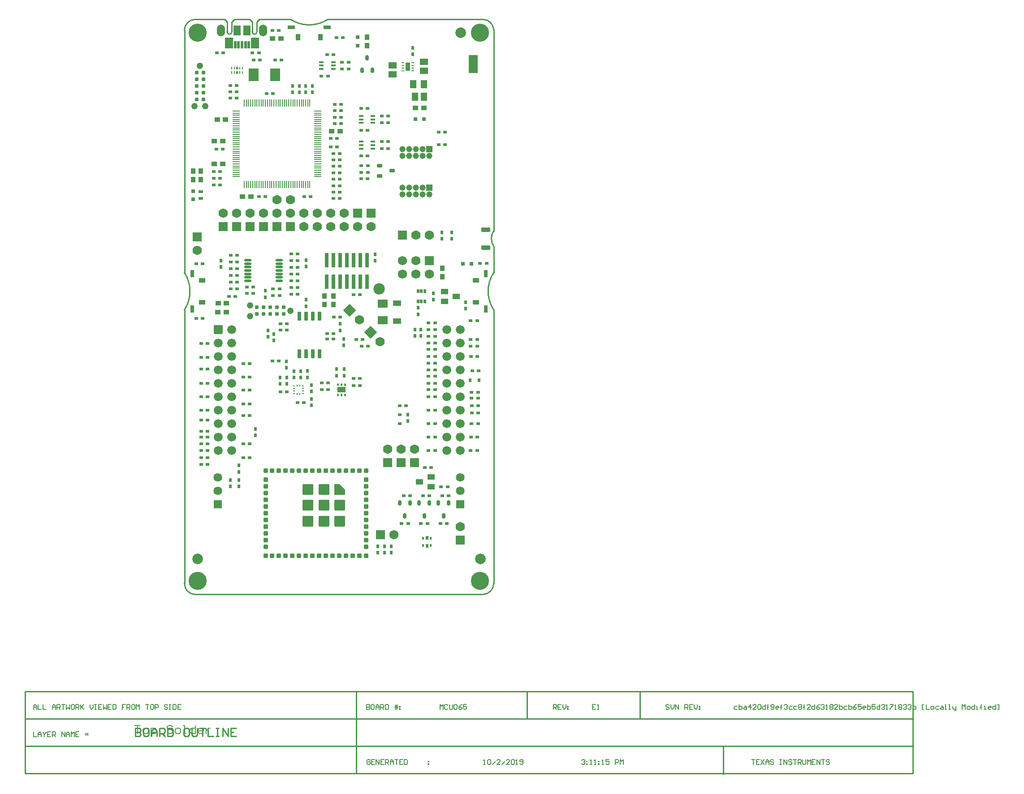
<source format=gts>
G04*
G04 #@! TF.GenerationSoftware,Altium Limited,Altium Designer,18.1.9 (240)*
G04*
G04 Layer_Color=8388736*
%FSLAX25Y25*%
%MOIN*%
G70*
G01*
G75*
%ADD15C,0.01000*%
%ADD16C,0.00800*%
%ADD19C,0.00600*%
%ADD22C,0.00394*%
G04:AMPARAMS|DCode=43|XSize=19.68mil|YSize=35.43mil|CornerRadius=1.97mil|HoleSize=0mil|Usage=FLASHONLY|Rotation=90.000|XOffset=0mil|YOffset=0mil|HoleType=Round|Shape=RoundedRectangle|*
%AMROUNDEDRECTD43*
21,1,0.01968,0.03150,0,0,90.0*
21,1,0.01575,0.03543,0,0,90.0*
1,1,0.00394,0.01575,0.00787*
1,1,0.00394,0.01575,-0.00787*
1,1,0.00394,-0.01575,-0.00787*
1,1,0.00394,-0.01575,0.00787*
%
%ADD43ROUNDEDRECTD43*%
G04:AMPARAMS|DCode=44|XSize=31.5mil|YSize=66.93mil|CornerRadius=1.89mil|HoleSize=0mil|Usage=FLASHONLY|Rotation=270.000|XOffset=0mil|YOffset=0mil|HoleType=Round|Shape=RoundedRectangle|*
%AMROUNDEDRECTD44*
21,1,0.03150,0.06315,0,0,270.0*
21,1,0.02772,0.06693,0,0,270.0*
1,1,0.00378,-0.03158,-0.01386*
1,1,0.00378,-0.03158,0.01386*
1,1,0.00378,0.03158,0.01386*
1,1,0.00378,0.03158,-0.01386*
%
%ADD44ROUNDEDRECTD44*%
%ADD45R,0.05000X0.03543*%
%ADD46R,0.03150X0.05709*%
%ADD47R,0.03543X0.05000*%
%ADD48R,0.05709X0.03150*%
%ADD49R,0.01575X0.02165*%
%ADD50R,0.01968X0.02756*%
%ADD51R,0.03150X0.02362*%
G04:AMPARAMS|DCode=52|XSize=31.5mil|YSize=31.5mil|CornerRadius=1.93mil|HoleSize=0mil|Usage=FLASHONLY|Rotation=0.000|XOffset=0mil|YOffset=0mil|HoleType=Round|Shape=RoundedRectangle|*
%AMROUNDEDRECTD52*
21,1,0.03150,0.02764,0,0,0.0*
21,1,0.02764,0.03150,0,0,0.0*
1,1,0.00386,0.01382,-0.01382*
1,1,0.00386,-0.01382,-0.01382*
1,1,0.00386,-0.01382,0.01382*
1,1,0.00386,0.01382,0.01382*
%
%ADD52ROUNDEDRECTD52*%
G04:AMPARAMS|DCode=53|XSize=31.5mil|YSize=31.5mil|CornerRadius=1.93mil|HoleSize=0mil|Usage=FLASHONLY|Rotation=90.000|XOffset=0mil|YOffset=0mil|HoleType=Round|Shape=RoundedRectangle|*
%AMROUNDEDRECTD53*
21,1,0.03150,0.02764,0,0,90.0*
21,1,0.02764,0.03150,0,0,90.0*
1,1,0.00386,0.01382,0.01382*
1,1,0.00386,0.01382,-0.01382*
1,1,0.00386,-0.01382,-0.01382*
1,1,0.00386,-0.01382,0.01382*
%
%ADD53ROUNDEDRECTD53*%
G04:AMPARAMS|DCode=54|XSize=11.81mil|YSize=17.72mil|CornerRadius=1.95mil|HoleSize=0mil|Usage=FLASHONLY|Rotation=180.000|XOffset=0mil|YOffset=0mil|HoleType=Round|Shape=RoundedRectangle|*
%AMROUNDEDRECTD54*
21,1,0.01181,0.01382,0,0,180.0*
21,1,0.00791,0.01772,0,0,180.0*
1,1,0.00390,-0.00396,0.00691*
1,1,0.00390,0.00396,0.00691*
1,1,0.00390,0.00396,-0.00691*
1,1,0.00390,-0.00396,-0.00691*
%
%ADD54ROUNDEDRECTD54*%
%ADD55R,0.02362X0.03150*%
%ADD56R,0.07677X0.05906*%
%ADD57R,0.02913X0.10984*%
G04:AMPARAMS|DCode=58|XSize=9.84mil|YSize=19.68mil|CornerRadius=1.97mil|HoleSize=0mil|Usage=FLASHONLY|Rotation=90.000|XOffset=0mil|YOffset=0mil|HoleType=Round|Shape=RoundedRectangle|*
%AMROUNDEDRECTD58*
21,1,0.00984,0.01575,0,0,90.0*
21,1,0.00591,0.01968,0,0,90.0*
1,1,0.00394,0.00787,0.00295*
1,1,0.00394,0.00787,-0.00295*
1,1,0.00394,-0.00787,-0.00295*
1,1,0.00394,-0.00787,0.00295*
%
%ADD58ROUNDEDRECTD58*%
%ADD59R,0.03937X0.03740*%
%ADD60R,0.06299X0.04331*%
%ADD61R,0.03740X0.03937*%
%ADD62R,0.01102X0.01614*%
%ADD63R,0.01614X0.01102*%
G04:AMPARAMS|DCode=64|XSize=25.59mil|YSize=66.93mil|CornerRadius=1.92mil|HoleSize=0mil|Usage=FLASHONLY|Rotation=180.000|XOffset=0mil|YOffset=0mil|HoleType=Round|Shape=RoundedRectangle|*
%AMROUNDEDRECTD64*
21,1,0.02559,0.06309,0,0,180.0*
21,1,0.02175,0.06693,0,0,180.0*
1,1,0.00384,-0.01088,0.03155*
1,1,0.00384,0.01088,0.03155*
1,1,0.00384,0.01088,-0.03155*
1,1,0.00384,-0.01088,-0.03155*
%
%ADD64ROUNDEDRECTD64*%
%ADD65O,0.05512X0.01772*%
%ADD66R,0.03150X0.03150*%
G04:AMPARAMS|DCode=67|XSize=23.62mil|YSize=39.37mil|CornerRadius=5.91mil|HoleSize=0mil|Usage=FLASHONLY|Rotation=0.000|XOffset=0mil|YOffset=0mil|HoleType=Round|Shape=RoundedRectangle|*
%AMROUNDEDRECTD67*
21,1,0.02362,0.02756,0,0,0.0*
21,1,0.01181,0.03937,0,0,0.0*
1,1,0.01181,0.00591,-0.01378*
1,1,0.01181,-0.00591,-0.01378*
1,1,0.01181,-0.00591,0.01378*
1,1,0.01181,0.00591,0.01378*
%
%ADD67ROUNDEDRECTD67*%
%ADD68R,0.05512X0.03937*%
G04:AMPARAMS|DCode=71|XSize=7.87mil|YSize=22.24mil|CornerRadius=1.97mil|HoleSize=0mil|Usage=FLASHONLY|Rotation=0.000|XOffset=0mil|YOffset=0mil|HoleType=Round|Shape=RoundedRectangle|*
%AMROUNDEDRECTD71*
21,1,0.00787,0.01831,0,0,0.0*
21,1,0.00394,0.02224,0,0,0.0*
1,1,0.00394,0.00197,-0.00915*
1,1,0.00394,-0.00197,-0.00915*
1,1,0.00394,-0.00197,0.00915*
1,1,0.00394,0.00197,0.00915*
%
%ADD71ROUNDEDRECTD71*%
G04:AMPARAMS|DCode=72|XSize=15.75mil|YSize=33.47mil|CornerRadius=1.97mil|HoleSize=0mil|Usage=FLASHONLY|Rotation=270.000|XOffset=0mil|YOffset=0mil|HoleType=Round|Shape=RoundedRectangle|*
%AMROUNDEDRECTD72*
21,1,0.01575,0.02953,0,0,270.0*
21,1,0.01181,0.03347,0,0,270.0*
1,1,0.00394,-0.01476,-0.00591*
1,1,0.00394,-0.01476,0.00591*
1,1,0.00394,0.01476,0.00591*
1,1,0.00394,0.01476,-0.00591*
%
%ADD72ROUNDEDRECTD72*%
%ADD73R,0.07480X0.09449*%
%ADD74O,0.00787X0.05512*%
%ADD75O,0.05512X0.00787*%
G04:AMPARAMS|DCode=76|XSize=23.62mil|YSize=39.37mil|CornerRadius=2.01mil|HoleSize=0mil|Usage=FLASHONLY|Rotation=90.000|XOffset=0mil|YOffset=0mil|HoleType=Round|Shape=RoundedRectangle|*
%AMROUNDEDRECTD76*
21,1,0.02362,0.03535,0,0,90.0*
21,1,0.01961,0.03937,0,0,90.0*
1,1,0.00402,0.01768,0.00980*
1,1,0.00402,0.01768,-0.00980*
1,1,0.00402,-0.01768,-0.00980*
1,1,0.00402,-0.01768,0.00980*
%
%ADD76ROUNDEDRECTD76*%
%ADD77R,0.07000X0.13500*%
%ADD78R,0.03150X0.03150*%
%ADD79R,0.05000X0.06300*%
%ADD80R,0.05906X0.05118*%
%ADD81R,0.05118X0.05906*%
G04:AMPARAMS|DCode=82|XSize=58.07mil|YSize=82.68mil|CornerRadius=2.03mil|HoleSize=0mil|Usage=FLASHONLY|Rotation=0.000|XOffset=0mil|YOffset=0mil|HoleType=Round|Shape=RoundedRectangle|*
%AMROUNDEDRECTD82*
21,1,0.05807,0.07861,0,0,0.0*
21,1,0.05401,0.08268,0,0,0.0*
1,1,0.00407,0.02700,-0.03931*
1,1,0.00407,-0.02700,-0.03931*
1,1,0.00407,-0.02700,0.03931*
1,1,0.00407,0.02700,0.03931*
%
%ADD82ROUNDEDRECTD82*%
G04:AMPARAMS|DCode=83|XSize=54.13mil|YSize=74.8mil|CornerRadius=1.9mil|HoleSize=0mil|Usage=FLASHONLY|Rotation=0.000|XOffset=0mil|YOffset=0mil|HoleType=Round|Shape=RoundedRectangle|*
%AMROUNDEDRECTD83*
21,1,0.05413,0.07101,0,0,0.0*
21,1,0.05034,0.07480,0,0,0.0*
1,1,0.00379,0.02517,-0.03551*
1,1,0.00379,-0.02517,-0.03551*
1,1,0.00379,-0.02517,0.03551*
1,1,0.00379,0.02517,0.03551*
%
%ADD83ROUNDEDRECTD83*%
G04:AMPARAMS|DCode=84|XSize=17.72mil|YSize=54.33mil|CornerRadius=1.95mil|HoleSize=0mil|Usage=FLASHONLY|Rotation=0.000|XOffset=0mil|YOffset=0mil|HoleType=Round|Shape=RoundedRectangle|*
%AMROUNDEDRECTD84*
21,1,0.01772,0.05043,0,0,0.0*
21,1,0.01382,0.05433,0,0,0.0*
1,1,0.00390,0.00691,-0.02522*
1,1,0.00390,-0.00691,-0.02522*
1,1,0.00390,-0.00691,0.02522*
1,1,0.00390,0.00691,0.02522*
%
%ADD84ROUNDEDRECTD84*%
G04:AMPARAMS|DCode=86|XSize=78.74mil|YSize=78.74mil|CornerRadius=1.97mil|HoleSize=0mil|Usage=FLASHONLY|Rotation=270.000|XOffset=0mil|YOffset=0mil|HoleType=Round|Shape=RoundedRectangle|*
%AMROUNDEDRECTD86*
21,1,0.07874,0.07480,0,0,270.0*
21,1,0.07480,0.07874,0,0,270.0*
1,1,0.00394,-0.03740,-0.03740*
1,1,0.00394,-0.03740,0.03740*
1,1,0.00394,0.03740,0.03740*
1,1,0.00394,0.03740,-0.03740*
%
%ADD86ROUNDEDRECTD86*%
G04:AMPARAMS|DCode=87|XSize=39.37mil|YSize=62.99mil|CornerRadius=1.97mil|HoleSize=0mil|Usage=FLASHONLY|Rotation=90.000|XOffset=0mil|YOffset=0mil|HoleType=Round|Shape=RoundedRectangle|*
%AMROUNDEDRECTD87*
21,1,0.03937,0.05906,0,0,90.0*
21,1,0.03543,0.06299,0,0,90.0*
1,1,0.00394,0.02953,0.01772*
1,1,0.00394,0.02953,-0.01772*
1,1,0.00394,-0.02953,-0.01772*
1,1,0.00394,-0.02953,0.01772*
%
%ADD87ROUNDEDRECTD87*%
G04:AMPARAMS|DCode=88|XSize=35.43mil|YSize=62.99mil|CornerRadius=1.95mil|HoleSize=0mil|Usage=FLASHONLY|Rotation=0.000|XOffset=0mil|YOffset=0mil|HoleType=Round|Shape=RoundedRectangle|*
%AMROUNDEDRECTD88*
21,1,0.03543,0.05909,0,0,0.0*
21,1,0.03154,0.06299,0,0,0.0*
1,1,0.00390,0.01577,-0.02955*
1,1,0.00390,-0.01577,-0.02955*
1,1,0.00390,-0.01577,0.02955*
1,1,0.00390,0.01577,0.02955*
%
%ADD88ROUNDEDRECTD88*%
%ADD89R,0.02054X0.02762*%
%ADD90R,0.03150X0.02362*%
%ADD91C,0.03100*%
G04:AMPARAMS|DCode=92|XSize=15.75mil|YSize=22.24mil|CornerRadius=1.97mil|HoleSize=0mil|Usage=FLASHONLY|Rotation=0.000|XOffset=0mil|YOffset=0mil|HoleType=Round|Shape=RoundedRectangle|*
%AMROUNDEDRECTD92*
21,1,0.01575,0.01831,0,0,0.0*
21,1,0.01181,0.02224,0,0,0.0*
1,1,0.00394,0.00591,-0.00915*
1,1,0.00394,-0.00591,-0.00915*
1,1,0.00394,-0.00591,0.00915*
1,1,0.00394,0.00591,0.00915*
%
%ADD92ROUNDEDRECTD92*%
%ADD93O,0.00967X0.05692*%
%ADD94O,0.05692X0.00967*%
%ADD95R,0.02362X0.03150*%
%ADD96C,0.07874*%
%ADD97C,0.12611*%
%ADD98R,0.06996X0.06996*%
%ADD99C,0.06996*%
%ADD100R,0.06406X0.06406*%
%ADD101C,0.06406*%
%ADD102C,0.06602*%
G04:AMPARAMS|DCode=103|XSize=66.02mil|YSize=66.02mil|CornerRadius=4.33mil|HoleSize=0mil|Usage=FLASHONLY|Rotation=270.000|XOffset=0mil|YOffset=0mil|HoleType=Round|Shape=RoundedRectangle|*
%AMROUNDEDRECTD103*
21,1,0.06602,0.05736,0,0,270.0*
21,1,0.05736,0.06602,0,0,270.0*
1,1,0.00866,-0.02868,-0.02868*
1,1,0.00866,-0.02868,0.02868*
1,1,0.00866,0.02868,0.02868*
1,1,0.00866,0.02868,-0.02868*
%
%ADD103ROUNDEDRECTD103*%
G04:AMPARAMS|DCode=104|XSize=69.96mil|YSize=69.96mil|CornerRadius=10.62mil|HoleSize=0mil|Usage=FLASHONLY|Rotation=180.000|XOffset=0mil|YOffset=0mil|HoleType=Round|Shape=RoundedRectangle|*
%AMROUNDEDRECTD104*
21,1,0.06996,0.04872,0,0,180.0*
21,1,0.04872,0.06996,0,0,180.0*
1,1,0.02124,-0.02436,0.02436*
1,1,0.02124,0.02436,0.02436*
1,1,0.02124,0.02436,-0.02436*
1,1,0.02124,-0.02436,-0.02436*
%
%ADD104ROUNDEDRECTD104*%
%ADD105C,0.08500*%
%ADD106P,0.09894X4X360.0*%
%ADD107C,0.06799*%
%ADD108R,0.06799X0.06799*%
%ADD109C,0.04900*%
%ADD110R,0.04634X0.04634*%
%ADD111C,0.04634*%
%ADD112R,0.06996X0.06996*%
G04:AMPARAMS|DCode=113|XSize=87.68mil|YSize=60.12mil|CornerRadius=30.06mil|HoleSize=0mil|Usage=FLASHONLY|Rotation=270.000|XOffset=0mil|YOffset=0mil|HoleType=Round|Shape=RoundedRectangle|*
%AMROUNDEDRECTD113*
21,1,0.08768,0.00000,0,0,270.0*
21,1,0.02756,0.06012,0,0,270.0*
1,1,0.06012,0.00000,-0.01378*
1,1,0.06012,0.00000,0.01378*
1,1,0.06012,0.00000,0.01378*
1,1,0.06012,0.00000,-0.01378*
%
%ADD113ROUNDEDRECTD113*%
%ADD114C,0.13500*%
%ADD115C,0.01968*%
%ADD116C,0.00787*%
G36*
X101670Y71756D02*
Y71795D01*
X101699Y71867D01*
X101755Y71923D01*
X101827Y71952D01*
X101866D01*
D01*
X105525Y71952D01*
X105544D01*
X105582Y71945D01*
X105618Y71930D01*
X105650Y71909D01*
X105664Y71895D01*
X105664Y71895D01*
X105664D01*
X109486Y68073D01*
X109500Y68059D01*
X109521Y68027D01*
X109536Y67991D01*
X109544Y67953D01*
Y67934D01*
X109544D01*
Y64275D01*
Y64236D01*
X109514Y64164D01*
X109458Y64109D01*
X109386Y64078D01*
X109347D01*
D01*
X101866D01*
X101827D01*
X101755Y64109D01*
X101699Y64164D01*
X101670Y64236D01*
Y64275D01*
D01*
Y71756D01*
D02*
G37*
G54D15*
X220070Y260500D02*
G03*
X220072Y248982I9138J-5757D01*
G01*
X-9921Y201726D02*
G03*
X-9921Y229445I-21324J13859D01*
G01*
X220079Y229445D02*
G03*
X220079Y201726I21324J-13859D01*
G01*
X212079Y-10074D02*
G03*
X220079Y-2074I0J8000D01*
G01*
Y409926D02*
G03*
X212079Y417926I-8000J0D01*
G01*
X-1921D02*
G03*
X-9921Y409926I0J-8000D01*
G01*
Y-2074D02*
G03*
X-1921Y-10074I8000J0D01*
G01*
X21757Y408674D02*
G03*
X25300Y408674I1772J0D01*
G01*
X40457D02*
G03*
X44001Y408674I1772J0D01*
G01*
X69013Y417926D02*
G03*
X96731Y417926I13859J21324D01*
G01*
X220072Y248982D02*
X220079Y229445D01*
X-9921Y229445D02*
Y409926D01*
X220079Y-2074D02*
Y201726D01*
X-9921Y-2074D02*
Y201726D01*
X-1921Y-10074D02*
X212079D01*
X220070Y260500D02*
X220079Y409926D01*
X44001Y408674D02*
Y415958D01*
X40457Y408674D02*
Y415958D01*
X25300Y408674D02*
Y415958D01*
X19788Y417926D02*
X21757Y415958D01*
Y408674D02*
Y415958D01*
X25300D02*
X27268Y417926D01*
X38489D02*
X40457Y415958D01*
X44001D02*
X45969Y417926D01*
X-1921Y417926D02*
X19788D01*
X27268D02*
X38489D01*
X45969D02*
X69013D01*
X96731D02*
X212079D01*
X-46374Y-109655D02*
Y-115653D01*
X-43375D01*
X-42375Y-114653D01*
Y-113654D01*
X-43375Y-112654D01*
X-46374D01*
X-43375D01*
X-42375Y-111654D01*
Y-110654D01*
X-43375Y-109655D01*
X-46374D01*
X-37376D02*
X-39376D01*
X-40376Y-110654D01*
Y-114653D01*
X-39376Y-115653D01*
X-37376D01*
X-36377Y-114653D01*
Y-110654D01*
X-37376Y-109655D01*
X-34378Y-115653D02*
Y-111654D01*
X-32378Y-109655D01*
X-30379Y-111654D01*
Y-115653D01*
Y-112654D01*
X-34378D01*
X-28379Y-115653D02*
Y-109655D01*
X-25380D01*
X-24381Y-110654D01*
Y-112654D01*
X-25380Y-113654D01*
X-28379D01*
X-26380D02*
X-24381Y-115653D01*
X-22381Y-109655D02*
Y-115653D01*
X-19382D01*
X-18383Y-114653D01*
Y-110654D01*
X-19382Y-109655D01*
X-22381D01*
X-7386D02*
X-9386D01*
X-10385Y-110654D01*
Y-114653D01*
X-9386Y-115653D01*
X-7386D01*
X-6386Y-114653D01*
Y-110654D01*
X-7386Y-109655D01*
X-4387D02*
Y-114653D01*
X-3387Y-115653D01*
X-1388D01*
X-389Y-114653D01*
Y-109655D01*
X1611D02*
X5610D01*
X3610D01*
Y-115653D01*
X7609Y-109655D02*
Y-115653D01*
X11608D01*
X13607Y-109655D02*
X15606D01*
X14607D01*
Y-115653D01*
X13607D01*
X15606D01*
X18605D02*
Y-109655D01*
X22604Y-115653D01*
Y-109655D01*
X28602D02*
X24603D01*
Y-115653D01*
X28602D01*
X24603Y-112654D02*
X26603D01*
X328726Y-102760D02*
Y-82427D01*
X244725Y-102760D02*
Y-82427D01*
X-128474Y-102760D02*
X531726D01*
X-128474Y-123094D02*
X531526D01*
X-128474Y-143427D02*
X272025D01*
X-128425Y-82427D02*
X531726D01*
X-128425Y-143427D02*
Y-82427D01*
Y-143427D02*
X29125D01*
X-128474D02*
Y-82427D01*
X118026Y-143427D02*
Y-82427D01*
X531726Y-143427D02*
Y-82427D01*
X272025Y-143427D02*
X531726D01*
X390926Y-144077D02*
Y-123794D01*
G54D16*
X-46721Y-107624D02*
X-42723D01*
X-44722D01*
Y-113622D01*
X-39724D02*
X-37724D01*
X-36724Y-112622D01*
Y-110623D01*
X-37724Y-109623D01*
X-39724D01*
X-40723Y-110623D01*
Y-112622D01*
X-39724Y-113622D01*
X-34725Y-115621D02*
Y-109623D01*
X-31726D01*
X-30726Y-110623D01*
Y-112622D01*
X-31726Y-113622D01*
X-34725D01*
X-18730Y-108623D02*
X-19730Y-107624D01*
X-21729D01*
X-22729Y-108623D01*
Y-109623D01*
X-21729Y-110623D01*
X-19730D01*
X-18730Y-111622D01*
Y-112622D01*
X-19730Y-113622D01*
X-21729D01*
X-22729Y-112622D01*
X-15731Y-113622D02*
X-13732D01*
X-12732Y-112622D01*
Y-110623D01*
X-13732Y-109623D01*
X-15731D01*
X-16731Y-110623D01*
Y-112622D01*
X-15731Y-113622D01*
X-10733D02*
X-8733D01*
X-9733D01*
Y-107624D01*
X-10733D01*
X-1736D02*
Y-113622D01*
X-4735D01*
X-5734Y-112622D01*
Y-110623D01*
X-4735Y-109623D01*
X-1736D01*
X3263Y-113622D02*
X1263D01*
X264Y-112622D01*
Y-110623D01*
X1263Y-109623D01*
X3263D01*
X4262Y-110623D01*
Y-111622D01*
X264D01*
X6262Y-109623D02*
Y-113622D01*
Y-111622D01*
X7261Y-110623D01*
X8261Y-109623D01*
X9261D01*
G54D19*
X401258Y-93311D02*
X399509D01*
X398925Y-93894D01*
Y-95061D01*
X399509Y-95644D01*
X401258D01*
X402424Y-92145D02*
Y-95644D01*
X404174D01*
X404757Y-95061D01*
Y-94477D01*
Y-93894D01*
X404174Y-93311D01*
X402424D01*
X406506D02*
X407673D01*
X408256Y-93894D01*
Y-95644D01*
X406506D01*
X405923Y-95061D01*
X406506Y-94477D01*
X408256D01*
X411171Y-95644D02*
Y-92145D01*
X409422Y-93894D01*
X411755D01*
X415253Y-95644D02*
X412921D01*
X415253Y-93311D01*
Y-92728D01*
X414670Y-92145D01*
X413504D01*
X412921Y-92728D01*
X416420D02*
X417003Y-92145D01*
X418169D01*
X418752Y-92728D01*
Y-95061D01*
X418169Y-95644D01*
X417003D01*
X416420Y-95061D01*
Y-92728D01*
X422251Y-92145D02*
Y-95644D01*
X420502D01*
X419919Y-95061D01*
Y-93894D01*
X420502Y-93311D01*
X422251D01*
X424001Y-95644D02*
Y-92728D01*
Y-93894D01*
X423418D01*
X424584D01*
X424001D01*
Y-92728D01*
X424584Y-92145D01*
X426333Y-95061D02*
X426916Y-95644D01*
X428083D01*
X428666Y-95061D01*
Y-92728D01*
X428083Y-92145D01*
X426916D01*
X426333Y-92728D01*
Y-93311D01*
X426916Y-93894D01*
X428666D01*
X431582Y-95644D02*
X430415D01*
X429832Y-95061D01*
Y-93894D01*
X430415Y-93311D01*
X431582D01*
X432165Y-93894D01*
Y-94477D01*
X429832D01*
X433914Y-95644D02*
Y-92728D01*
Y-93894D01*
X433331D01*
X434497D01*
X433914D01*
Y-92728D01*
X434497Y-92145D01*
X436247Y-92728D02*
X436830Y-92145D01*
X437996D01*
X438579Y-92728D01*
Y-93311D01*
X437996Y-93894D01*
X437413D01*
X437996D01*
X438579Y-94477D01*
Y-95061D01*
X437996Y-95644D01*
X436830D01*
X436247Y-95061D01*
X442078Y-93311D02*
X440329D01*
X439746Y-93894D01*
Y-95061D01*
X440329Y-95644D01*
X442078D01*
X445577Y-93311D02*
X443828D01*
X443245Y-93894D01*
Y-95061D01*
X443828Y-95644D01*
X445577D01*
X446743Y-92728D02*
X447327Y-92145D01*
X448493D01*
X449076Y-92728D01*
Y-93311D01*
X448493Y-93894D01*
X449076Y-94477D01*
Y-95061D01*
X448493Y-95644D01*
X447327D01*
X446743Y-95061D01*
Y-94477D01*
X447327Y-93894D01*
X446743Y-93311D01*
Y-92728D01*
X447327Y-93894D02*
X448493D01*
X450825Y-95644D02*
Y-92728D01*
Y-93894D01*
X450242D01*
X451408D01*
X450825D01*
Y-92728D01*
X451408Y-92145D01*
X455490Y-95644D02*
X453158D01*
X455490Y-93311D01*
Y-92728D01*
X454907Y-92145D01*
X453741D01*
X453158Y-92728D01*
X458989Y-92145D02*
Y-95644D01*
X457240D01*
X456657Y-95061D01*
Y-93894D01*
X457240Y-93311D01*
X458989D01*
X462488Y-92145D02*
X461322Y-92728D01*
X460156Y-93894D01*
Y-95061D01*
X460739Y-95644D01*
X461905D01*
X462488Y-95061D01*
Y-94477D01*
X461905Y-93894D01*
X460156D01*
X463655Y-92728D02*
X464238Y-92145D01*
X465404D01*
X465987Y-92728D01*
Y-93311D01*
X465404Y-93894D01*
X464821D01*
X465404D01*
X465987Y-94477D01*
Y-95061D01*
X465404Y-95644D01*
X464238D01*
X463655Y-95061D01*
X467153Y-95644D02*
X468320D01*
X467737D01*
Y-92145D01*
X467153Y-92728D01*
X470069D02*
X470652Y-92145D01*
X471819D01*
X472402Y-92728D01*
Y-93311D01*
X471819Y-93894D01*
X472402Y-94477D01*
Y-95061D01*
X471819Y-95644D01*
X470652D01*
X470069Y-95061D01*
Y-94477D01*
X470652Y-93894D01*
X470069Y-93311D01*
Y-92728D01*
X470652Y-93894D02*
X471819D01*
X475901Y-95644D02*
X473568D01*
X475901Y-93311D01*
Y-92728D01*
X475317Y-92145D01*
X474151D01*
X473568Y-92728D01*
X477067Y-92145D02*
Y-95644D01*
X478816D01*
X479399Y-95061D01*
Y-94477D01*
Y-93894D01*
X478816Y-93311D01*
X477067D01*
X482898D02*
X481149D01*
X480566Y-93894D01*
Y-95061D01*
X481149Y-95644D01*
X482898D01*
X484065Y-92145D02*
Y-95644D01*
X485814D01*
X486397Y-95061D01*
Y-94477D01*
Y-93894D01*
X485814Y-93311D01*
X484065D01*
X489896Y-92145D02*
X488730Y-92728D01*
X487564Y-93894D01*
Y-95061D01*
X488147Y-95644D01*
X489313D01*
X489896Y-95061D01*
Y-94477D01*
X489313Y-93894D01*
X487564D01*
X493395Y-92145D02*
X491062D01*
Y-93894D01*
X492229Y-93311D01*
X492812D01*
X493395Y-93894D01*
Y-95061D01*
X492812Y-95644D01*
X491645D01*
X491062Y-95061D01*
X496311Y-95644D02*
X495144D01*
X494561Y-95061D01*
Y-93894D01*
X495144Y-93311D01*
X496311D01*
X496894Y-93894D01*
Y-94477D01*
X494561D01*
X498060Y-92145D02*
Y-95644D01*
X499810D01*
X500393Y-95061D01*
Y-94477D01*
Y-93894D01*
X499810Y-93311D01*
X498060D01*
X503892Y-92145D02*
X501559D01*
Y-93894D01*
X502725Y-93311D01*
X503308D01*
X503892Y-93894D01*
Y-95061D01*
X503308Y-95644D01*
X502142D01*
X501559Y-95061D01*
X507390Y-92145D02*
Y-95644D01*
X505641D01*
X505058Y-95061D01*
Y-93894D01*
X505641Y-93311D01*
X507390D01*
X508557Y-92728D02*
X509140Y-92145D01*
X510306D01*
X510889Y-92728D01*
Y-93311D01*
X510306Y-93894D01*
X509723D01*
X510306D01*
X510889Y-94477D01*
Y-95061D01*
X510306Y-95644D01*
X509140D01*
X508557Y-95061D01*
X512056Y-95644D02*
X513222D01*
X512639D01*
Y-92145D01*
X512056Y-92728D01*
X514971Y-92145D02*
X517304D01*
Y-92728D01*
X514971Y-95061D01*
Y-95644D01*
X518470D02*
X519636D01*
X519053D01*
Y-92145D01*
X518470Y-92728D01*
X521386D02*
X521969Y-92145D01*
X523135D01*
X523719Y-92728D01*
Y-93311D01*
X523135Y-93894D01*
X523719Y-94477D01*
Y-95061D01*
X523135Y-95644D01*
X521969D01*
X521386Y-95061D01*
Y-94477D01*
X521969Y-93894D01*
X521386Y-93311D01*
Y-92728D01*
X521969Y-93894D02*
X523135D01*
X524885Y-92728D02*
X525468Y-92145D01*
X526634D01*
X527217Y-92728D01*
Y-93311D01*
X526634Y-93894D01*
X526051D01*
X526634D01*
X527217Y-94477D01*
Y-95061D01*
X526634Y-95644D01*
X525468D01*
X524885Y-95061D01*
X528384Y-92728D02*
X528967Y-92145D01*
X530133D01*
X530716Y-92728D01*
Y-93311D01*
X530133Y-93894D01*
X529550D01*
X530133D01*
X530716Y-94477D01*
Y-95061D01*
X530133Y-95644D01*
X528967D01*
X528384Y-95061D01*
X531882Y-92145D02*
Y-95644D01*
X533632D01*
X534215Y-95061D01*
Y-94477D01*
Y-93894D01*
X533632Y-93311D01*
X531882D01*
X540047Y-95644D02*
X538880D01*
Y-92145D01*
X540047D01*
X541796D02*
Y-95644D01*
X544129D01*
X545878D02*
X547044D01*
X547627Y-95061D01*
Y-93894D01*
X547044Y-93311D01*
X545878D01*
X545295Y-93894D01*
Y-95061D01*
X545878Y-95644D01*
X551126Y-93311D02*
X549377D01*
X548794Y-93894D01*
Y-95061D01*
X549377Y-95644D01*
X551126D01*
X552876Y-93311D02*
X554042D01*
X554625Y-93894D01*
Y-95644D01*
X552876D01*
X552293Y-95061D01*
X552876Y-94477D01*
X554625D01*
X555792Y-95644D02*
X556958D01*
X556375D01*
Y-92145D01*
X555792D01*
X558707Y-95644D02*
X559873D01*
X559290D01*
Y-92145D01*
X558707D01*
X561623Y-93311D02*
Y-95061D01*
X562206Y-95644D01*
X563955D01*
Y-96227D01*
X563372Y-96810D01*
X562789D01*
X563955Y-95644D02*
Y-93311D01*
X568621Y-95644D02*
Y-92145D01*
X569787Y-93311D01*
X570953Y-92145D01*
Y-95644D01*
X572703D02*
X573869D01*
X574452Y-95061D01*
Y-93894D01*
X573869Y-93311D01*
X572703D01*
X572120Y-93894D01*
Y-95061D01*
X572703Y-95644D01*
X577951Y-92145D02*
Y-95644D01*
X576201D01*
X575618Y-95061D01*
Y-93894D01*
X576201Y-93311D01*
X577951D01*
X579117Y-95644D02*
X580283D01*
X579700D01*
Y-93311D01*
X579117D01*
X582616Y-95644D02*
Y-92728D01*
Y-93894D01*
X582033D01*
X583199D01*
X582616D01*
Y-92728D01*
X583199Y-92145D01*
X584949Y-95644D02*
X586115D01*
X585532D01*
Y-93311D01*
X584949D01*
X589614Y-95644D02*
X588448D01*
X587864Y-95061D01*
Y-93894D01*
X588448Y-93311D01*
X589614D01*
X590197Y-93894D01*
Y-94477D01*
X587864D01*
X593696Y-92145D02*
Y-95644D01*
X591946D01*
X591363Y-95061D01*
Y-93894D01*
X591946Y-93311D01*
X593696D01*
X594862Y-95644D02*
X596028D01*
Y-92145D01*
X594862D01*
X350658Y-92728D02*
X350075Y-92145D01*
X348909D01*
X348325Y-92728D01*
Y-93311D01*
X348909Y-93894D01*
X350075D01*
X350658Y-94477D01*
Y-95061D01*
X350075Y-95644D01*
X348909D01*
X348325Y-95061D01*
X351824Y-92145D02*
Y-94477D01*
X352991Y-95644D01*
X354157Y-94477D01*
Y-92145D01*
X355323Y-95644D02*
Y-92145D01*
X357656Y-95644D01*
Y-92145D01*
X362321Y-95644D02*
Y-92145D01*
X364070D01*
X364653Y-92728D01*
Y-93894D01*
X364070Y-94477D01*
X362321D01*
X363487D02*
X364653Y-95644D01*
X368152Y-92145D02*
X365820D01*
Y-95644D01*
X368152D01*
X365820Y-93894D02*
X366986D01*
X369319Y-92145D02*
Y-94477D01*
X370485Y-95644D01*
X371651Y-94477D01*
Y-92145D01*
X372818Y-93311D02*
X373401D01*
Y-93894D01*
X372818D01*
Y-93311D01*
Y-95061D02*
X373401D01*
Y-95644D01*
X372818D01*
Y-95061D01*
X264526Y-95644D02*
Y-92145D01*
X266275D01*
X266858Y-92728D01*
Y-93894D01*
X266275Y-94477D01*
X264526D01*
X265692D02*
X266858Y-95644D01*
X270357Y-92145D02*
X268024D01*
Y-95644D01*
X270357D01*
X268024Y-93894D02*
X269191D01*
X271523Y-92145D02*
Y-94477D01*
X272690Y-95644D01*
X273856Y-94477D01*
Y-92145D01*
X275022Y-93311D02*
X275605D01*
Y-93894D01*
X275022D01*
Y-93311D01*
Y-95061D02*
X275605D01*
Y-95644D01*
X275022D01*
Y-95061D01*
X212675Y-136511D02*
X213842D01*
X213259D01*
Y-133012D01*
X212675Y-133595D01*
X215591D02*
X216174Y-133012D01*
X217341D01*
X217924Y-133595D01*
Y-135927D01*
X217341Y-136511D01*
X216174D01*
X215591Y-135927D01*
Y-133595D01*
X219090Y-136511D02*
X221423Y-134178D01*
X224921Y-136511D02*
X222589D01*
X224921Y-134178D01*
Y-133595D01*
X224338Y-133012D01*
X223172D01*
X222589Y-133595D01*
X226088Y-136511D02*
X228420Y-134178D01*
X231919Y-136511D02*
X229587D01*
X231919Y-134178D01*
Y-133595D01*
X231336Y-133012D01*
X230170D01*
X229587Y-133595D01*
X233086D02*
X233669Y-133012D01*
X234835D01*
X235418Y-133595D01*
Y-135927D01*
X234835Y-136511D01*
X233669D01*
X233086Y-135927D01*
Y-133595D01*
X236584Y-136511D02*
X237751D01*
X237168D01*
Y-133012D01*
X236584Y-133595D01*
X239500Y-135927D02*
X240083Y-136511D01*
X241250D01*
X241833Y-135927D01*
Y-133595D01*
X241250Y-133012D01*
X240083D01*
X239500Y-133595D01*
Y-134178D01*
X240083Y-134761D01*
X241833D01*
X128058Y-133595D02*
X127475Y-133012D01*
X126309D01*
X125725Y-133595D01*
Y-135927D01*
X126309Y-136511D01*
X127475D01*
X128058Y-135927D01*
Y-134761D01*
X126892D01*
X131557Y-133012D02*
X129224D01*
Y-136511D01*
X131557D01*
X129224Y-134761D02*
X130391D01*
X132723Y-136511D02*
Y-133012D01*
X135056Y-136511D01*
Y-133012D01*
X138555D02*
X136222D01*
Y-136511D01*
X138555D01*
X136222Y-134761D02*
X137388D01*
X139721Y-136511D02*
Y-133012D01*
X141470D01*
X142053Y-133595D01*
Y-134761D01*
X141470Y-135344D01*
X139721D01*
X140887D02*
X142053Y-136511D01*
X143220D02*
Y-134178D01*
X144386Y-133012D01*
X145552Y-134178D01*
Y-136511D01*
Y-134761D01*
X143220D01*
X146719Y-133012D02*
X149051D01*
X147885D01*
Y-136511D01*
X152550Y-133012D02*
X150218D01*
Y-136511D01*
X152550D01*
X150218Y-134761D02*
X151384D01*
X153717Y-133012D02*
Y-136511D01*
X155466D01*
X156049Y-135927D01*
Y-133595D01*
X155466Y-133012D01*
X153717D01*
X171211Y-134178D02*
X171794D01*
Y-134761D01*
X171211D01*
Y-134178D01*
Y-135927D02*
X171794D01*
Y-136511D01*
X171211D01*
Y-135927D01*
X-122125Y-95644D02*
Y-93311D01*
X-120958Y-92145D01*
X-119792Y-93311D01*
Y-95644D01*
Y-93894D01*
X-122125D01*
X-118626Y-92145D02*
Y-95644D01*
X-116293D01*
X-115127Y-92145D02*
Y-95644D01*
X-112794D01*
X-108129D02*
Y-93311D01*
X-106963Y-92145D01*
X-105797Y-93311D01*
Y-95644D01*
Y-93894D01*
X-108129D01*
X-104630Y-95644D02*
Y-92145D01*
X-102881D01*
X-102298Y-92728D01*
Y-93894D01*
X-102881Y-94477D01*
X-104630D01*
X-103464D02*
X-102298Y-95644D01*
X-101131Y-92145D02*
X-98799D01*
X-99965D01*
Y-95644D01*
X-97632Y-92145D02*
Y-95644D01*
X-96466Y-94477D01*
X-95300Y-95644D01*
Y-92145D01*
X-92384D02*
X-93550D01*
X-94134Y-92728D01*
Y-95061D01*
X-93550Y-95644D01*
X-92384D01*
X-91801Y-95061D01*
Y-92728D01*
X-92384Y-92145D01*
X-90635Y-95644D02*
Y-92145D01*
X-88885D01*
X-88302Y-92728D01*
Y-93894D01*
X-88885Y-94477D01*
X-90635D01*
X-89468D02*
X-88302Y-95644D01*
X-87136Y-92145D02*
Y-95644D01*
Y-94477D01*
X-84803Y-92145D01*
X-86553Y-93894D01*
X-84803Y-95644D01*
X-80138Y-92145D02*
Y-94477D01*
X-78972Y-95644D01*
X-77806Y-94477D01*
Y-92145D01*
X-76639D02*
X-75473D01*
X-76056D01*
Y-95644D01*
X-76639D01*
X-75473D01*
X-71391Y-92145D02*
X-73724D01*
Y-95644D01*
X-71391D01*
X-73724Y-93894D02*
X-72557D01*
X-70225Y-92145D02*
Y-95644D01*
X-69058Y-94477D01*
X-67892Y-95644D01*
Y-92145D01*
X-64393D02*
X-66726D01*
Y-95644D01*
X-64393D01*
X-66726Y-93894D02*
X-65560D01*
X-63227Y-92145D02*
Y-95644D01*
X-61477D01*
X-60894Y-95061D01*
Y-92728D01*
X-61477Y-92145D01*
X-63227D01*
X-53897D02*
X-56229D01*
Y-93894D01*
X-55063D01*
X-56229D01*
Y-95644D01*
X-52730D02*
Y-92145D01*
X-50981D01*
X-50398Y-92728D01*
Y-93894D01*
X-50981Y-94477D01*
X-52730D01*
X-51564D02*
X-50398Y-95644D01*
X-47482Y-92145D02*
X-48648D01*
X-49231Y-92728D01*
Y-95061D01*
X-48648Y-95644D01*
X-47482D01*
X-46899Y-95061D01*
Y-92728D01*
X-47482Y-92145D01*
X-45733Y-95644D02*
Y-92145D01*
X-44566Y-93311D01*
X-43400Y-92145D01*
Y-95644D01*
X-38735Y-92145D02*
X-36402D01*
X-37569D01*
Y-95644D01*
X-33487Y-92145D02*
X-34653D01*
X-35236Y-92728D01*
Y-95061D01*
X-34653Y-95644D01*
X-33487D01*
X-32903Y-95061D01*
Y-92728D01*
X-33487Y-92145D01*
X-31737Y-95644D02*
Y-92145D01*
X-29988D01*
X-29405Y-92728D01*
Y-93894D01*
X-29988Y-94477D01*
X-31737D01*
X-22407Y-92728D02*
X-22990Y-92145D01*
X-24156D01*
X-24739Y-92728D01*
Y-93311D01*
X-24156Y-93894D01*
X-22990D01*
X-22407Y-94477D01*
Y-95061D01*
X-22990Y-95644D01*
X-24156D01*
X-24739Y-95061D01*
X-21240Y-92145D02*
X-20074D01*
X-20657D01*
Y-95644D01*
X-21240D01*
X-20074D01*
X-18325Y-92145D02*
Y-95644D01*
X-16575D01*
X-15992Y-95061D01*
Y-92728D01*
X-16575Y-92145D01*
X-18325D01*
X-12493D02*
X-14826D01*
Y-95644D01*
X-12493D01*
X-14826Y-93894D02*
X-13659D01*
X296008Y-92145D02*
X293675D01*
Y-95644D01*
X296008D01*
X293675Y-93894D02*
X294842D01*
X297174Y-95644D02*
X298341D01*
X297758D01*
Y-92145D01*
X297174Y-92728D01*
X180076Y-95644D02*
Y-92145D01*
X181242Y-93311D01*
X182408Y-92145D01*
Y-95644D01*
X185907Y-92728D02*
X185324Y-92145D01*
X184158D01*
X183574Y-92728D01*
Y-95061D01*
X184158Y-95644D01*
X185324D01*
X185907Y-95061D01*
X187073Y-92145D02*
Y-95061D01*
X187656Y-95644D01*
X188823D01*
X189406Y-95061D01*
Y-92145D01*
X190572Y-92728D02*
X191155Y-92145D01*
X192322D01*
X192905Y-92728D01*
Y-95061D01*
X192322Y-95644D01*
X191155D01*
X190572Y-95061D01*
Y-92728D01*
X196404Y-92145D02*
X195237Y-92728D01*
X194071Y-93894D01*
Y-95061D01*
X194654Y-95644D01*
X195820D01*
X196404Y-95061D01*
Y-94477D01*
X195820Y-93894D01*
X194071D01*
X199902Y-92145D02*
X197570D01*
Y-93894D01*
X198736Y-93311D01*
X199319D01*
X199902Y-93894D01*
Y-95061D01*
X199319Y-95644D01*
X198153D01*
X197570Y-95061D01*
X125525Y-92145D02*
Y-95644D01*
X127275D01*
X127858Y-95061D01*
Y-94477D01*
X127275Y-93894D01*
X125525D01*
X127275D01*
X127858Y-93311D01*
Y-92728D01*
X127275Y-92145D01*
X125525D01*
X130774D02*
X129607D01*
X129024Y-92728D01*
Y-95061D01*
X129607Y-95644D01*
X130774D01*
X131357Y-95061D01*
Y-92728D01*
X130774Y-92145D01*
X132523Y-95644D02*
Y-93311D01*
X133689Y-92145D01*
X134856Y-93311D01*
Y-95644D01*
Y-93894D01*
X132523D01*
X136022Y-95644D02*
Y-92145D01*
X137771D01*
X138355Y-92728D01*
Y-93894D01*
X137771Y-94477D01*
X136022D01*
X137188D02*
X138355Y-95644D01*
X139521Y-92145D02*
Y-95644D01*
X141270D01*
X141853Y-95061D01*
Y-92728D01*
X141270Y-92145D01*
X139521D01*
X147102Y-95644D02*
Y-92145D01*
X148268D02*
Y-95644D01*
X146519Y-93311D02*
X148268D01*
X148851D01*
X146519Y-94477D02*
X148851D01*
X150018Y-93311D02*
X150601D01*
Y-93894D01*
X150018D01*
Y-93311D01*
Y-95061D02*
X150601D01*
Y-95644D01*
X150018D01*
Y-95061D01*
X-122125Y-112427D02*
Y-115926D01*
X-119792D01*
X-118626D02*
Y-113594D01*
X-117459Y-112427D01*
X-116293Y-113594D01*
Y-115926D01*
Y-114177D01*
X-118626D01*
X-115127Y-112427D02*
Y-113011D01*
X-113961Y-114177D01*
X-112794Y-113011D01*
Y-112427D01*
X-113961Y-114177D02*
Y-115926D01*
X-109295Y-112427D02*
X-111628D01*
Y-115926D01*
X-109295D01*
X-111628Y-114177D02*
X-110462D01*
X-108129Y-115926D02*
Y-112427D01*
X-106380D01*
X-105797Y-113011D01*
Y-114177D01*
X-106380Y-114760D01*
X-108129D01*
X-106963D02*
X-105797Y-115926D01*
X-101131D02*
Y-112427D01*
X-98799Y-115926D01*
Y-112427D01*
X-97632Y-115926D02*
Y-113594D01*
X-96466Y-112427D01*
X-95300Y-113594D01*
Y-115926D01*
Y-114177D01*
X-97632D01*
X-94134Y-115926D02*
Y-112427D01*
X-92967Y-113594D01*
X-91801Y-112427D01*
Y-115926D01*
X-88302Y-112427D02*
X-90635D01*
Y-115926D01*
X-88302D01*
X-90635Y-114177D02*
X-89468D01*
X-83637Y-114760D02*
X-81304D01*
X-83637Y-113594D02*
X-81304D01*
X285576Y-133595D02*
X286159Y-133012D01*
X287325D01*
X287908Y-133595D01*
Y-134178D01*
X287325Y-134761D01*
X286742D01*
X287325D01*
X287908Y-135344D01*
Y-135927D01*
X287325Y-136511D01*
X286159D01*
X285576Y-135927D01*
X289074Y-134178D02*
X289657D01*
Y-134761D01*
X289074D01*
Y-134178D01*
Y-135927D02*
X289657D01*
Y-136511D01*
X289074D01*
Y-135927D01*
X291990Y-136511D02*
X293156D01*
X292573D01*
Y-133012D01*
X291990Y-133595D01*
X294906Y-136511D02*
X296072D01*
X295489D01*
Y-133012D01*
X294906Y-133595D01*
X297821Y-134178D02*
X298405D01*
Y-134761D01*
X297821D01*
Y-134178D01*
Y-135927D02*
X298405D01*
Y-136511D01*
X297821D01*
Y-135927D01*
X300737Y-136511D02*
X301904D01*
X301320D01*
Y-133012D01*
X300737Y-133595D01*
X305985Y-133012D02*
X303653D01*
Y-134761D01*
X304819Y-134178D01*
X305402D01*
X305985Y-134761D01*
Y-135927D01*
X305402Y-136511D01*
X304236D01*
X303653Y-135927D01*
X310651Y-136511D02*
Y-133012D01*
X312400D01*
X312983Y-133595D01*
Y-134761D01*
X312400Y-135344D01*
X310651D01*
X314150Y-136511D02*
Y-133012D01*
X315316Y-134178D01*
X316482Y-133012D01*
Y-136511D01*
X412025Y-133012D02*
X414358D01*
X413192D01*
Y-136511D01*
X417857Y-133012D02*
X415524D01*
Y-136511D01*
X417857D01*
X415524Y-134761D02*
X416691D01*
X419023Y-133012D02*
X421356Y-136511D01*
Y-133012D02*
X419023Y-136511D01*
X422522D02*
Y-134178D01*
X423688Y-133012D01*
X424855Y-134178D01*
Y-136511D01*
Y-134761D01*
X422522D01*
X428354Y-133595D02*
X427770Y-133012D01*
X426604D01*
X426021Y-133595D01*
Y-134178D01*
X426604Y-134761D01*
X427770D01*
X428354Y-135344D01*
Y-135927D01*
X427770Y-136511D01*
X426604D01*
X426021Y-135927D01*
X433019Y-133012D02*
X434185D01*
X433602D01*
Y-136511D01*
X433019D01*
X434185D01*
X435934D02*
Y-133012D01*
X438267Y-136511D01*
Y-133012D01*
X441766Y-133595D02*
X441183Y-133012D01*
X440016D01*
X439433Y-133595D01*
Y-134178D01*
X440016Y-134761D01*
X441183D01*
X441766Y-135344D01*
Y-135927D01*
X441183Y-136511D01*
X440016D01*
X439433Y-135927D01*
X442932Y-133012D02*
X445265D01*
X444099D01*
Y-136511D01*
X446431D02*
Y-133012D01*
X448180D01*
X448764Y-133595D01*
Y-134761D01*
X448180Y-135344D01*
X446431D01*
X447597D02*
X448764Y-136511D01*
X449930Y-133012D02*
Y-135927D01*
X450513Y-136511D01*
X451679D01*
X452262Y-135927D01*
Y-133012D01*
X453429Y-136511D02*
Y-133012D01*
X454595Y-134178D01*
X455761Y-133012D01*
Y-136511D01*
X459260Y-133012D02*
X456928D01*
Y-136511D01*
X459260D01*
X456928Y-134761D02*
X458094D01*
X460427Y-136511D02*
Y-133012D01*
X462759Y-136511D01*
Y-133012D01*
X463925D02*
X466258D01*
X465092D01*
Y-136511D01*
X469757Y-133595D02*
X469174Y-133012D01*
X468007D01*
X467424Y-133595D01*
Y-134178D01*
X468007Y-134761D01*
X469174D01*
X469757Y-135344D01*
Y-135927D01*
X469174Y-136511D01*
X468007D01*
X467424Y-135927D01*
G54D22*
X21757Y408751D02*
G03*
X25300Y408751I1772J0D01*
G01*
X40457D02*
G03*
X44001Y408751I1772J0D01*
G01*
X21757D02*
Y413278D01*
X25300Y408751D02*
Y413278D01*
X44001Y408751D02*
Y413278D01*
X40457Y408751D02*
Y413278D01*
G54D43*
X2167Y284672D02*
D03*
Y289790D02*
D03*
G54D44*
X214100Y261493D02*
D03*
Y248107D02*
D03*
G54D45*
X206856Y207285D02*
D03*
Y223821D02*
D03*
X3379D02*
D03*
Y207285D02*
D03*
G54D46*
X214277Y202266D02*
D03*
Y228841D02*
D03*
X-4042D02*
D03*
Y202266D02*
D03*
G54D47*
X91098Y404600D02*
D03*
X74562D02*
D03*
G54D48*
X96117Y412021D02*
D03*
X69543D02*
D03*
G54D49*
X173290Y31776D02*
D03*
X167581D02*
D03*
X173290Y26462D02*
D03*
X167581D02*
D03*
G54D50*
X170435Y32072D02*
D03*
Y26166D02*
D03*
G54D51*
X180405Y42622D02*
D03*
X185130D02*
D03*
X166043D02*
D03*
X170768D02*
D03*
X151681D02*
D03*
X156405D02*
D03*
X14206Y392850D02*
D03*
X18930D02*
D03*
X207759Y193827D02*
D03*
X203034D02*
D03*
X69524Y223314D02*
D03*
X74248D02*
D03*
X24523Y242314D02*
D03*
X29248D02*
D03*
X74248Y243314D02*
D03*
X69524D02*
D03*
X56024Y212314D02*
D03*
X60748D02*
D03*
X96188Y180018D02*
D03*
X100912D02*
D03*
X96188Y183998D02*
D03*
X100912D02*
D03*
X61540Y186518D02*
D03*
X66265D02*
D03*
X55438Y163800D02*
D03*
X60162D02*
D03*
X66355Y191328D02*
D03*
X61630D02*
D03*
X154819Y130423D02*
D03*
X150095D02*
D03*
X171716Y177127D02*
D03*
X176441D02*
D03*
X171716Y182027D02*
D03*
X176441D02*
D03*
X203031Y179742D02*
D03*
X207755D02*
D03*
X2517Y166226D02*
D03*
X7241D02*
D03*
X33938Y161700D02*
D03*
X38662D02*
D03*
X171716Y167127D02*
D03*
X176441D02*
D03*
X203324Y167127D02*
D03*
X208049D02*
D03*
X171716Y147127D02*
D03*
X176441D02*
D03*
X2517Y137126D02*
D03*
X7241D02*
D03*
X33938Y123000D02*
D03*
X38662D02*
D03*
X171716Y127127D02*
D03*
X176441D02*
D03*
X203918Y125048D02*
D03*
X208642D02*
D03*
X171716Y117127D02*
D03*
X176441D02*
D03*
X203716Y117127D02*
D03*
X208441D02*
D03*
X2517Y111226D02*
D03*
X7241D02*
D03*
X203216Y107127D02*
D03*
X207941D02*
D03*
X203016Y97026D02*
D03*
X207741D02*
D03*
X171716Y162127D02*
D03*
X176441D02*
D03*
X203716Y140497D02*
D03*
X208441D02*
D03*
X2517Y102126D02*
D03*
X7241D02*
D03*
X171716Y152227D02*
D03*
X176441D02*
D03*
X203758Y130388D02*
D03*
X208482D02*
D03*
X2538Y91800D02*
D03*
X7262D02*
D03*
X171716Y142227D02*
D03*
X176441D02*
D03*
X2517Y107126D02*
D03*
X7241D02*
D03*
X2538Y97000D02*
D03*
X7262D02*
D03*
X168958Y84233D02*
D03*
X173683D02*
D03*
X181021Y69971D02*
D03*
X185746D02*
D03*
X24523Y232314D02*
D03*
X29248D02*
D03*
X69524Y238314D02*
D03*
X74248D02*
D03*
X24523Y227314D02*
D03*
X29248D02*
D03*
X23324Y211714D02*
D03*
X28048D02*
D03*
X24523Y222314D02*
D03*
X29248D02*
D03*
X36424Y218784D02*
D03*
X41148D02*
D03*
X24523Y217314D02*
D03*
X29248D02*
D03*
X92266Y142419D02*
D03*
X96991D02*
D03*
X115839Y145264D02*
D03*
X120564D02*
D03*
X120563Y150779D02*
D03*
X115839D02*
D03*
X117878Y179618D02*
D03*
X122602D02*
D03*
X101168Y196208D02*
D03*
X105892D02*
D03*
X3716Y195360D02*
D03*
X-1008D02*
D03*
X210004Y236402D02*
D03*
X214728D02*
D03*
X153059Y63422D02*
D03*
X157783D02*
D03*
X167421D02*
D03*
X172145D02*
D03*
X181783D02*
D03*
X186508D02*
D03*
X-1008Y235895D02*
D03*
X3716D02*
D03*
X74266Y132719D02*
D03*
X78991D02*
D03*
X66152Y140738D02*
D03*
X61428D02*
D03*
X2517Y157726D02*
D03*
X7241D02*
D03*
X2438Y127100D02*
D03*
X7162D02*
D03*
X33938Y101900D02*
D03*
X38662D02*
D03*
X171716Y107127D02*
D03*
X176441D02*
D03*
X171716Y97127D02*
D03*
X176441D02*
D03*
X115979Y212933D02*
D03*
X120703D02*
D03*
X106720Y349889D02*
D03*
X101995D02*
D03*
X45425Y392850D02*
D03*
X40701D02*
D03*
X141569Y346037D02*
D03*
X136845D02*
D03*
X83790Y286010D02*
D03*
X79066D02*
D03*
X50294D02*
D03*
X45570D02*
D03*
X105719Y313364D02*
D03*
X100995D02*
D03*
X57594Y387832D02*
D03*
X62318D02*
D03*
X208845Y156425D02*
D03*
X204121D02*
D03*
X100995Y303764D02*
D03*
X105719D02*
D03*
X121707Y304171D02*
D03*
X126432D02*
D03*
X100995Y298964D02*
D03*
X105719D02*
D03*
X16636Y304617D02*
D03*
X11912D02*
D03*
X100995Y318164D02*
D03*
X105719D02*
D03*
X100995Y308564D02*
D03*
X105719D02*
D03*
X100995Y289364D02*
D03*
X105719D02*
D03*
X179309Y324773D02*
D03*
X184034D02*
D03*
X24177Y368618D02*
D03*
X28902D02*
D03*
X112100Y386137D02*
D03*
X107376D02*
D03*
X106720Y345089D02*
D03*
X101995D02*
D03*
X106720Y354689D02*
D03*
X101995D02*
D03*
X103495Y329262D02*
D03*
X98771D02*
D03*
X103495Y322963D02*
D03*
X98771D02*
D03*
X60218Y409766D02*
D03*
X55493D02*
D03*
X112100Y381019D02*
D03*
X107376D02*
D03*
X136845Y326919D02*
D03*
X141569D02*
D03*
X100995Y284564D02*
D03*
X105719D02*
D03*
X11912Y299617D02*
D03*
X16636D02*
D03*
X96742Y375519D02*
D03*
X92018D02*
D03*
X126211Y316301D02*
D03*
X121486D02*
D03*
X141569Y321801D02*
D03*
X136845D02*
D03*
X103098Y404362D02*
D03*
X107822D02*
D03*
X55818Y362825D02*
D03*
X51094D02*
D03*
X13912Y321388D02*
D03*
X18636D02*
D03*
X121649Y299220D02*
D03*
X126373D02*
D03*
X121707Y308971D02*
D03*
X126432D02*
D03*
X141569Y340919D02*
D03*
X136845D02*
D03*
X11912Y294617D02*
D03*
X16636D02*
D03*
X24177Y359458D02*
D03*
X28902D02*
D03*
X126211Y335419D02*
D03*
X121486D02*
D03*
X106720Y340289D02*
D03*
X101995D02*
D03*
X126211Y351537D02*
D03*
X121486D02*
D03*
X24177Y364038D02*
D03*
X28902D02*
D03*
X100995Y294164D02*
D03*
X105719D02*
D03*
X100876Y391637D02*
D03*
X96152D02*
D03*
X179284Y333887D02*
D03*
X184009D02*
D03*
X41452Y387832D02*
D03*
X46176D02*
D03*
X41229Y214125D02*
D03*
X36505D02*
D03*
X171716Y187127D02*
D03*
X176441D02*
D03*
X171716Y137127D02*
D03*
X176441D02*
D03*
X97017Y147440D02*
D03*
X92292D02*
D03*
X29248Y237314D02*
D03*
X24523D02*
D03*
X74248Y228314D02*
D03*
X69524D02*
D03*
X126572Y174718D02*
D03*
X121848D02*
D03*
X7362Y86600D02*
D03*
X2638D02*
D03*
X74248Y213314D02*
D03*
X69524D02*
D03*
X74248Y233314D02*
D03*
X69524D02*
D03*
X74248Y218314D02*
D03*
X69524D02*
D03*
X60748Y217314D02*
D03*
X56024D02*
D03*
X2438Y119700D02*
D03*
X7162D02*
D03*
X203716Y135909D02*
D03*
X208441D02*
D03*
X171716Y192027D02*
D03*
X176441D02*
D03*
X203028Y174634D02*
D03*
X207752D02*
D03*
X33938Y131614D02*
D03*
X38662D02*
D03*
X33938Y151800D02*
D03*
X38662D02*
D03*
X33938Y142100D02*
D03*
X38662D02*
D03*
X2517Y147126D02*
D03*
X7241D02*
D03*
X171716Y157127D02*
D03*
X176441D02*
D03*
X33938Y91600D02*
D03*
X38662D02*
D03*
X2508Y176751D02*
D03*
X7232D02*
D03*
X171716Y172227D02*
D03*
X176441D02*
D03*
G54D52*
X50394Y25299D02*
D03*
Y30299D02*
D03*
Y35299D02*
D03*
Y40299D02*
D03*
Y45299D02*
D03*
Y50299D02*
D03*
Y55299D02*
D03*
Y60299D02*
D03*
Y65299D02*
D03*
Y70299D02*
D03*
Y75299D02*
D03*
X125386D02*
D03*
Y70299D02*
D03*
Y65299D02*
D03*
Y60299D02*
D03*
Y55299D02*
D03*
Y50299D02*
D03*
Y45299D02*
D03*
Y40299D02*
D03*
Y35299D02*
D03*
Y30299D02*
D03*
Y25299D02*
D03*
G54D53*
X50394Y18606D02*
D03*
X55390D02*
D03*
X60390D02*
D03*
X65390D02*
D03*
X70390D02*
D03*
X75390D02*
D03*
X80390D02*
D03*
X85390D02*
D03*
X90390D02*
D03*
X95390D02*
D03*
X100390D02*
D03*
X105390D02*
D03*
X110390D02*
D03*
X115390D02*
D03*
X120390D02*
D03*
X125386D02*
D03*
Y81992D02*
D03*
X120390D02*
D03*
X115390D02*
D03*
X110390D02*
D03*
X105390D02*
D03*
X100390D02*
D03*
X95390D02*
D03*
X90390D02*
D03*
X85390D02*
D03*
X80390D02*
D03*
X75390D02*
D03*
X70390D02*
D03*
X65390D02*
D03*
X60390D02*
D03*
X55390D02*
D03*
X50394D02*
D03*
G54D54*
X104280Y146099D02*
D03*
X106839D02*
D03*
X109398D02*
D03*
Y138421D02*
D03*
X106839D02*
D03*
X104280D02*
D03*
G54D55*
X17306Y238261D02*
D03*
Y233537D02*
D03*
X143775Y25589D02*
D03*
Y20865D02*
D03*
X133775Y25589D02*
D03*
Y20865D02*
D03*
X138775Y25589D02*
D03*
Y20865D02*
D03*
X80430Y204495D02*
D03*
Y209220D02*
D03*
X56594Y183604D02*
D03*
Y178880D02*
D03*
X52102Y186443D02*
D03*
Y181718D02*
D03*
X30600Y75062D02*
D03*
Y70338D02*
D03*
X131760Y238285D02*
D03*
Y243010D02*
D03*
X24100Y75062D02*
D03*
Y70338D02*
D03*
X181590Y254760D02*
D03*
Y259484D02*
D03*
X156165Y123604D02*
D03*
Y118879D02*
D03*
X161500Y187127D02*
D03*
Y182402D02*
D03*
X42800Y113138D02*
D03*
Y108413D02*
D03*
X80586Y233852D02*
D03*
Y238576D02*
D03*
X50286Y211152D02*
D03*
Y215876D02*
D03*
X84429Y130756D02*
D03*
Y135481D02*
D03*
X108939Y152838D02*
D03*
Y157562D02*
D03*
X65802Y158681D02*
D03*
Y163406D02*
D03*
X71429Y151356D02*
D03*
Y156081D02*
D03*
X108590Y180130D02*
D03*
Y175405D02*
D03*
X81429Y151456D02*
D03*
Y156181D02*
D03*
X61062Y146632D02*
D03*
Y151356D02*
D03*
X105930Y186475D02*
D03*
Y191200D02*
D03*
X84429Y145781D02*
D03*
Y141056D02*
D03*
X76429Y151356D02*
D03*
Y156081D02*
D03*
X163778Y203192D02*
D03*
Y198467D02*
D03*
X175378Y214089D02*
D03*
Y209364D02*
D03*
X199254Y202636D02*
D03*
Y207360D02*
D03*
X166000Y187127D02*
D03*
Y182402D02*
D03*
X80291Y363640D02*
D03*
Y368364D02*
D03*
X85091Y363640D02*
D03*
Y368364D02*
D03*
X70456Y363640D02*
D03*
Y368364D02*
D03*
X159951Y396713D02*
D03*
Y391988D02*
D03*
X75491Y368364D02*
D03*
Y363640D02*
D03*
X103239Y152838D02*
D03*
Y157562D02*
D03*
X188880Y259397D02*
D03*
Y254673D02*
D03*
X30600Y85862D02*
D03*
Y81138D02*
D03*
X66152Y151356D02*
D03*
Y146632D02*
D03*
G54D56*
X137659Y193983D02*
D03*
Y206187D02*
D03*
G54D57*
X95979Y222583D02*
D03*
X100979D02*
D03*
X105979D02*
D03*
X110979D02*
D03*
X115979D02*
D03*
X120979D02*
D03*
X125979D02*
D03*
X95979Y238607D02*
D03*
X100979D02*
D03*
X105979D02*
D03*
X110979D02*
D03*
X115979D02*
D03*
X120979D02*
D03*
X125979D02*
D03*
G54D58*
X152471Y385645D02*
D03*
Y383677D02*
D03*
Y381708D02*
D03*
Y379740D02*
D03*
X159951D02*
D03*
Y381708D02*
D03*
Y383677D02*
D03*
Y385645D02*
D03*
G54D59*
X15059Y206692D02*
D03*
X21358D02*
D03*
X15037Y200015D02*
D03*
X21336D02*
D03*
X39570Y286010D02*
D03*
X33271D02*
D03*
X61792Y403766D02*
D03*
X55493D02*
D03*
X20723Y343435D02*
D03*
X14424D02*
D03*
X18636Y327349D02*
D03*
X12337D02*
D03*
X105981Y334825D02*
D03*
X99682D02*
D03*
X18636Y310364D02*
D03*
X12337D02*
D03*
X168099Y351906D02*
D03*
X161800D02*
D03*
G54D60*
X148059Y206778D02*
D03*
X148059Y193392D02*
D03*
G54D61*
X100979Y212144D02*
D03*
Y205845D02*
D03*
X-3548Y305002D02*
D03*
Y298703D02*
D03*
X2167Y305002D02*
D03*
Y298703D02*
D03*
X126014Y398426D02*
D03*
Y404726D02*
D03*
X181789Y232516D02*
D03*
Y226217D02*
D03*
X94279Y212044D02*
D03*
Y205745D02*
D03*
G54D62*
X73944Y145427D02*
D03*
X75913D02*
D03*
Y139010D02*
D03*
X73944D02*
D03*
G54D63*
X78137Y145171D02*
D03*
Y143203D02*
D03*
Y141234D02*
D03*
Y139266D02*
D03*
X71720D02*
D03*
Y141234D02*
D03*
Y143203D02*
D03*
Y145171D02*
D03*
G54D64*
X90540Y196964D02*
D03*
X85540D02*
D03*
X80540D02*
D03*
X75540D02*
D03*
X90540Y169011D02*
D03*
X85540D02*
D03*
X80540D02*
D03*
X75540D02*
D03*
G54D65*
X37272Y238691D02*
D03*
Y236132D02*
D03*
Y233573D02*
D03*
Y231014D02*
D03*
Y228455D02*
D03*
Y225896D02*
D03*
Y223337D02*
D03*
X60500Y238691D02*
D03*
Y236132D02*
D03*
Y233573D02*
D03*
Y231014D02*
D03*
Y228455D02*
D03*
Y225896D02*
D03*
Y223337D02*
D03*
G54D66*
X197132Y236141D02*
D03*
X203628D02*
D03*
X161800Y343527D02*
D03*
X168296D02*
D03*
G54D67*
X157783Y57922D02*
D03*
X150303D02*
D03*
X154043Y48473D02*
D03*
X172145Y57922D02*
D03*
X164665D02*
D03*
X168405Y48473D02*
D03*
X186508Y57922D02*
D03*
X179027D02*
D03*
X182768Y48473D02*
D03*
X126014Y389426D02*
D03*
X129754Y379978D02*
D03*
X122274D02*
D03*
G54D68*
X173683Y77452D02*
D03*
Y69971D02*
D03*
X165021Y73712D02*
D03*
X183531Y207870D02*
D03*
Y215350D02*
D03*
X192192Y211610D02*
D03*
G54D71*
X33228Y378280D02*
D03*
X31259D02*
D03*
X27322D02*
D03*
X25354D02*
D03*
Y381567D02*
D03*
X27322D02*
D03*
X31259D02*
D03*
X33228D02*
D03*
G54D72*
X130344Y340919D02*
D03*
Y343478D02*
D03*
Y346037D02*
D03*
X121486D02*
D03*
Y343478D02*
D03*
Y340919D02*
D03*
X100876Y381019D02*
D03*
Y383578D02*
D03*
Y386137D02*
D03*
X92018D02*
D03*
Y383578D02*
D03*
Y381019D02*
D03*
X130344Y321801D02*
D03*
Y324360D02*
D03*
Y326919D02*
D03*
X121486D02*
D03*
Y324360D02*
D03*
Y321801D02*
D03*
G54D73*
X57594Y376832D02*
D03*
X41452D02*
D03*
G54D74*
X83365Y355640D02*
D03*
X81790D02*
D03*
X80216D02*
D03*
X78641D02*
D03*
X77066D02*
D03*
X75491D02*
D03*
X73916D02*
D03*
X72342D02*
D03*
X70767D02*
D03*
X69192D02*
D03*
X67617D02*
D03*
X66042D02*
D03*
X64468D02*
D03*
X62893D02*
D03*
X61318D02*
D03*
X59743D02*
D03*
X58168D02*
D03*
X56594D02*
D03*
X55019D02*
D03*
X53444D02*
D03*
X51869D02*
D03*
X50294D02*
D03*
X48719D02*
D03*
X47145D02*
D03*
X45570D02*
D03*
X43995D02*
D03*
X42420D02*
D03*
X40846D02*
D03*
X39271D02*
D03*
X37696D02*
D03*
X36121D02*
D03*
X34546D02*
D03*
G54D75*
X89271Y349734D02*
D03*
X28641D02*
D03*
Y348160D02*
D03*
Y346585D02*
D03*
Y345010D02*
D03*
Y343435D02*
D03*
Y341860D02*
D03*
Y340285D02*
D03*
Y338711D02*
D03*
Y337136D02*
D03*
Y335561D02*
D03*
Y333986D02*
D03*
Y332411D02*
D03*
Y330837D02*
D03*
Y329262D02*
D03*
Y327687D02*
D03*
Y326112D02*
D03*
Y324537D02*
D03*
Y322963D02*
D03*
Y321388D02*
D03*
Y319813D02*
D03*
Y318238D02*
D03*
Y316663D02*
D03*
Y315089D02*
D03*
Y313514D02*
D03*
Y311939D02*
D03*
Y310364D02*
D03*
Y308789D02*
D03*
Y307215D02*
D03*
Y305640D02*
D03*
Y304065D02*
D03*
Y302490D02*
D03*
Y300915D02*
D03*
G54D76*
X144528Y305232D02*
D03*
X135079Y301492D02*
D03*
Y308972D02*
D03*
G54D77*
X205051Y384813D02*
D03*
G54D78*
X119014Y398426D02*
D03*
Y404726D02*
D03*
X-3548Y283983D02*
D03*
Y289889D02*
D03*
G54D79*
X160099Y369623D02*
D03*
X168099D02*
D03*
G54D80*
X144943Y376984D02*
D03*
Y383677D02*
D03*
X168099Y379616D02*
D03*
Y386309D02*
D03*
G54D81*
X161406Y360353D02*
D03*
X168099D02*
D03*
G54D82*
X23184Y400483D02*
D03*
X42574D02*
D03*
G54D83*
X29188Y409538D02*
D03*
X36570D02*
D03*
G54D84*
X27761Y399066D02*
D03*
X30320Y399066D02*
D03*
X32879Y399066D02*
D03*
X35438Y399066D02*
D03*
X37997Y399066D02*
D03*
G54D86*
X81985Y44394D02*
D03*
Y56204D02*
D03*
Y68016D02*
D03*
X93796D02*
D03*
Y56204D02*
D03*
Y44394D02*
D03*
X105606Y56204D02*
D03*
Y44394D02*
D03*
G54D87*
X106839Y142260D02*
D03*
G54D88*
X156211Y382693D02*
D03*
G54D89*
X166338Y215552D02*
D03*
X168897D02*
D03*
X163778D02*
D03*
X168897Y208072D02*
D03*
X166338D02*
D03*
X163778D02*
D03*
G54D90*
X150095Y123604D02*
D03*
Y116911D02*
D03*
G54D91*
X63820Y198638D02*
D03*
X58820D02*
D03*
X53820D02*
D03*
X48820D02*
D03*
X43820D02*
D03*
Y203638D02*
D03*
X48820D02*
D03*
X53820D02*
D03*
X58820D02*
D03*
X63820D02*
D03*
X-921Y378226D02*
D03*
Y373226D02*
D03*
Y368226D02*
D03*
Y363226D02*
D03*
Y358226D02*
D03*
X4079D02*
D03*
Y363226D02*
D03*
Y368226D02*
D03*
Y373226D02*
D03*
Y378226D02*
D03*
G54D92*
X29291Y378280D02*
D03*
Y381567D02*
D03*
G54D93*
X34546Y295010D02*
D03*
X36121D02*
D03*
X37696D02*
D03*
X39271D02*
D03*
X40846D02*
D03*
X42420D02*
D03*
X43995D02*
D03*
X45570D02*
D03*
X47145D02*
D03*
X48719D02*
D03*
X50294D02*
D03*
X51869D02*
D03*
X53444D02*
D03*
X55019D02*
D03*
X56594D02*
D03*
X58168D02*
D03*
X59743D02*
D03*
X61318D02*
D03*
X62893D02*
D03*
X64468D02*
D03*
X66042D02*
D03*
X67617D02*
D03*
X69192D02*
D03*
X70767D02*
D03*
X72342D02*
D03*
X73916D02*
D03*
X75491D02*
D03*
X77066D02*
D03*
X78641D02*
D03*
X80216D02*
D03*
X81790D02*
D03*
X83365D02*
D03*
G54D94*
X89271Y300915D02*
D03*
Y302490D02*
D03*
Y304065D02*
D03*
Y305640D02*
D03*
Y307215D02*
D03*
Y308789D02*
D03*
Y310364D02*
D03*
Y311939D02*
D03*
Y313514D02*
D03*
Y315089D02*
D03*
Y316663D02*
D03*
Y318238D02*
D03*
Y319813D02*
D03*
Y321388D02*
D03*
Y322963D02*
D03*
Y324537D02*
D03*
Y326112D02*
D03*
Y327687D02*
D03*
Y329262D02*
D03*
Y330837D02*
D03*
Y332411D02*
D03*
Y333986D02*
D03*
Y335561D02*
D03*
Y337136D02*
D03*
Y338711D02*
D03*
Y340285D02*
D03*
Y341860D02*
D03*
Y343435D02*
D03*
Y345010D02*
D03*
Y346585D02*
D03*
Y348160D02*
D03*
G54D95*
X202500Y149318D02*
D03*
X209193D02*
D03*
G54D96*
X195563Y407933D02*
D03*
X0Y16348D02*
D03*
X210190Y16218D02*
D03*
G54D97*
X210000Y407900D02*
D03*
X0Y0D02*
D03*
X210000D02*
D03*
X0Y407900D02*
D03*
G54D98*
X151150Y88150D02*
D03*
X38800Y263586D02*
D03*
X128800Y273586D02*
D03*
X48800Y263586D02*
D03*
X68800D02*
D03*
X-370Y255928D02*
D03*
X28800Y263586D02*
D03*
X195070Y30400D02*
D03*
X141150Y88150D02*
D03*
X161150D02*
D03*
X58800Y263586D02*
D03*
X18800D02*
D03*
G54D99*
X151150Y98150D02*
D03*
X118800Y263586D02*
D03*
X108800D02*
D03*
X98800D02*
D03*
X88800D02*
D03*
X78800D02*
D03*
X108800Y273586D02*
D03*
X98800D02*
D03*
X88800D02*
D03*
X78800D02*
D03*
X38800D02*
D03*
X128800Y263586D02*
D03*
X48800Y273586D02*
D03*
X68800D02*
D03*
Y283586D02*
D03*
X-370Y245928D02*
D03*
X28800Y273586D02*
D03*
X135676Y177882D02*
D03*
X120096Y194252D02*
D03*
X195070Y40400D02*
D03*
X141150Y98150D02*
D03*
X161150D02*
D03*
X58800Y273586D02*
D03*
Y283586D02*
D03*
X18800Y273586D02*
D03*
X172100Y257325D02*
D03*
X162100D02*
D03*
G54D100*
X14920Y57026D02*
D03*
X195070D02*
D03*
G54D101*
X14920Y67026D02*
D03*
Y77026D02*
D03*
X195070Y67026D02*
D03*
Y77026D02*
D03*
G54D102*
X25070Y97026D02*
D03*
Y107026D02*
D03*
X25070Y117026D02*
D03*
Y127026D02*
D03*
Y137026D02*
D03*
X25070Y147026D02*
D03*
X25070Y157026D02*
D03*
X25070Y167026D02*
D03*
Y177026D02*
D03*
X25070Y187026D02*
D03*
X15070Y97026D02*
D03*
X15070Y107026D02*
D03*
X15070Y117026D02*
D03*
X15070Y127026D02*
D03*
X15070Y137026D02*
D03*
X15070Y147026D02*
D03*
X15070Y157026D02*
D03*
X15070Y167026D02*
D03*
X15070Y177026D02*
D03*
X195070Y97026D02*
D03*
Y107026D02*
D03*
Y117026D02*
D03*
Y127026D02*
D03*
Y137026D02*
D03*
Y147026D02*
D03*
Y157026D02*
D03*
Y167026D02*
D03*
Y177026D02*
D03*
Y187026D02*
D03*
X185070Y97026D02*
D03*
Y107026D02*
D03*
Y117026D02*
D03*
Y127026D02*
D03*
Y137026D02*
D03*
Y147026D02*
D03*
Y157026D02*
D03*
Y167026D02*
D03*
Y177026D02*
D03*
Y187026D02*
D03*
G54D103*
X15070Y187026D02*
D03*
G54D104*
X118800Y273586D02*
D03*
G54D105*
X134879Y217463D02*
D03*
G54D106*
X128604Y184953D02*
D03*
X113024Y201323D02*
D03*
G54D107*
X145824Y34243D02*
D03*
X172100Y228186D02*
D03*
X162100Y238186D02*
D03*
Y228186D02*
D03*
X152100Y238186D02*
D03*
Y228186D02*
D03*
G54D108*
X135824Y34243D02*
D03*
X172100Y238186D02*
D03*
G54D109*
X38820Y205138D02*
D03*
Y197138D02*
D03*
X68820Y201138D02*
D03*
X1579Y383226D02*
D03*
X5579Y353226D02*
D03*
X-2421D02*
D03*
G54D110*
X172100Y321486D02*
D03*
Y292686D02*
D03*
G54D111*
X167100Y321486D02*
D03*
X162100D02*
D03*
X157100D02*
D03*
X152100D02*
D03*
X172100Y316486D02*
D03*
X167100D02*
D03*
X162100D02*
D03*
X157100D02*
D03*
X152100D02*
D03*
X167100Y292686D02*
D03*
X162100D02*
D03*
X157100D02*
D03*
X152100D02*
D03*
X172100Y287686D02*
D03*
X167100D02*
D03*
X162100D02*
D03*
X157100D02*
D03*
X152100D02*
D03*
G54D112*
Y257325D02*
D03*
G54D113*
X17327Y409538D02*
D03*
X48430D02*
D03*
G54D114*
X0Y0D02*
D03*
X210000D02*
D03*
X0Y407900D02*
D03*
X210000D02*
D03*
G54D115*
X103048Y44394D02*
D03*
X105606Y41834D02*
D03*
X108166Y44394D02*
D03*
X105606Y46953D02*
D03*
Y53645D02*
D03*
X108166Y56204D02*
D03*
X105606Y58764D02*
D03*
X103048Y56204D02*
D03*
Y68015D02*
D03*
X105606Y65456D02*
D03*
X91237Y56303D02*
D03*
X93796Y53645D02*
D03*
X96355Y56204D02*
D03*
X93796Y58764D02*
D03*
Y41834D02*
D03*
X96355Y44394D02*
D03*
X93796Y46953D02*
D03*
X91237Y44394D02*
D03*
X79425D02*
D03*
X81985Y41834D02*
D03*
X84544Y44394D02*
D03*
X81985Y46953D02*
D03*
Y53645D02*
D03*
X84544Y56204D02*
D03*
X81985Y58764D02*
D03*
X79425Y56204D02*
D03*
Y68015D02*
D03*
X81985Y65456D02*
D03*
Y70575D02*
D03*
X84544Y68015D02*
D03*
X91237Y68114D02*
D03*
X93796Y65456D02*
D03*
Y70575D02*
D03*
X96355Y68015D02*
D03*
X109004Y142260D02*
D03*
X104674D02*
D03*
X156211Y384858D02*
D03*
Y380527D02*
D03*
G54D116*
X108166Y68015D02*
D03*
X105606Y70575D02*
D03*
M02*

</source>
